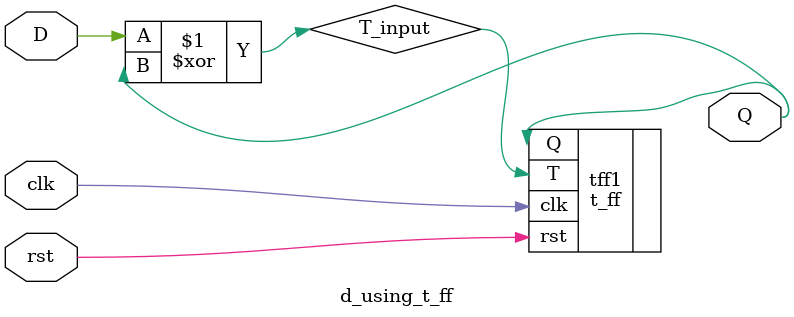
<source format=v>
module d_using_t_ff (input wire D, input wire clk, input wire rst, output wire Q);
wire T_input;
assign T_input = D ^ Q;  // XOR gate logic: T = D XOR Q
t_ff tff1 (.T(T_input), .clk(clk), .rst(rst), .Q(Q));
endmodule

</source>
